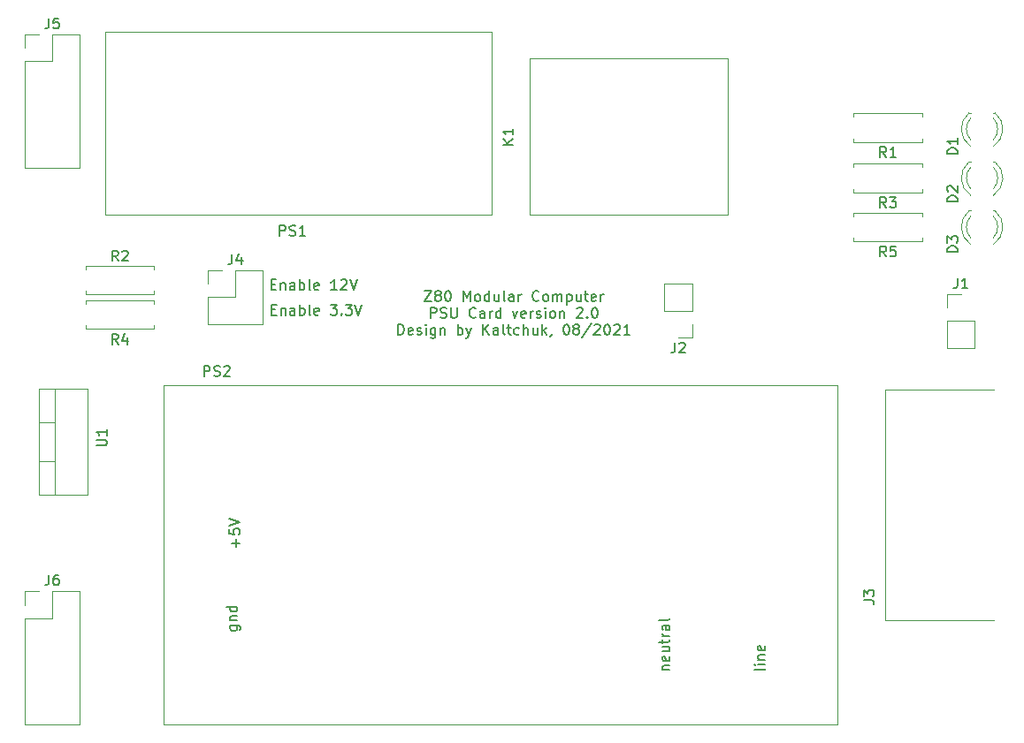
<source format=gbr>
%TF.GenerationSoftware,KiCad,Pcbnew,7.0.5*%
%TF.CreationDate,2023-08-28T16:01:15+03:00*%
%TF.ProjectId,PSU2,50535532-2e6b-4696-9361-645f70636258,rev?*%
%TF.SameCoordinates,Original*%
%TF.FileFunction,Legend,Top*%
%TF.FilePolarity,Positive*%
%FSLAX46Y46*%
G04 Gerber Fmt 4.6, Leading zero omitted, Abs format (unit mm)*
G04 Created by KiCad (PCBNEW 7.0.5) date 2023-08-28 16:01:15*
%MOMM*%
%LPD*%
G01*
G04 APERTURE LIST*
%ADD10C,0.150000*%
%ADD11C,0.120000*%
G04 APERTURE END LIST*
D10*
X129830095Y-110147009D02*
X130163428Y-110147009D01*
X130306285Y-110670819D02*
X129830095Y-110670819D01*
X129830095Y-110670819D02*
X129830095Y-109670819D01*
X129830095Y-109670819D02*
X130306285Y-109670819D01*
X130734857Y-110004152D02*
X130734857Y-110670819D01*
X130734857Y-110099390D02*
X130782476Y-110051771D01*
X130782476Y-110051771D02*
X130877714Y-110004152D01*
X130877714Y-110004152D02*
X131020571Y-110004152D01*
X131020571Y-110004152D02*
X131115809Y-110051771D01*
X131115809Y-110051771D02*
X131163428Y-110147009D01*
X131163428Y-110147009D02*
X131163428Y-110670819D01*
X132068190Y-110670819D02*
X132068190Y-110147009D01*
X132068190Y-110147009D02*
X132020571Y-110051771D01*
X132020571Y-110051771D02*
X131925333Y-110004152D01*
X131925333Y-110004152D02*
X131734857Y-110004152D01*
X131734857Y-110004152D02*
X131639619Y-110051771D01*
X132068190Y-110623200D02*
X131972952Y-110670819D01*
X131972952Y-110670819D02*
X131734857Y-110670819D01*
X131734857Y-110670819D02*
X131639619Y-110623200D01*
X131639619Y-110623200D02*
X131592000Y-110527961D01*
X131592000Y-110527961D02*
X131592000Y-110432723D01*
X131592000Y-110432723D02*
X131639619Y-110337485D01*
X131639619Y-110337485D02*
X131734857Y-110289866D01*
X131734857Y-110289866D02*
X131972952Y-110289866D01*
X131972952Y-110289866D02*
X132068190Y-110242247D01*
X132544381Y-110670819D02*
X132544381Y-109670819D01*
X132544381Y-110051771D02*
X132639619Y-110004152D01*
X132639619Y-110004152D02*
X132830095Y-110004152D01*
X132830095Y-110004152D02*
X132925333Y-110051771D01*
X132925333Y-110051771D02*
X132972952Y-110099390D01*
X132972952Y-110099390D02*
X133020571Y-110194628D01*
X133020571Y-110194628D02*
X133020571Y-110480342D01*
X133020571Y-110480342D02*
X132972952Y-110575580D01*
X132972952Y-110575580D02*
X132925333Y-110623200D01*
X132925333Y-110623200D02*
X132830095Y-110670819D01*
X132830095Y-110670819D02*
X132639619Y-110670819D01*
X132639619Y-110670819D02*
X132544381Y-110623200D01*
X133592000Y-110670819D02*
X133496762Y-110623200D01*
X133496762Y-110623200D02*
X133449143Y-110527961D01*
X133449143Y-110527961D02*
X133449143Y-109670819D01*
X134353905Y-110623200D02*
X134258667Y-110670819D01*
X134258667Y-110670819D02*
X134068191Y-110670819D01*
X134068191Y-110670819D02*
X133972953Y-110623200D01*
X133972953Y-110623200D02*
X133925334Y-110527961D01*
X133925334Y-110527961D02*
X133925334Y-110147009D01*
X133925334Y-110147009D02*
X133972953Y-110051771D01*
X133972953Y-110051771D02*
X134068191Y-110004152D01*
X134068191Y-110004152D02*
X134258667Y-110004152D01*
X134258667Y-110004152D02*
X134353905Y-110051771D01*
X134353905Y-110051771D02*
X134401524Y-110147009D01*
X134401524Y-110147009D02*
X134401524Y-110242247D01*
X134401524Y-110242247D02*
X133925334Y-110337485D01*
X135496763Y-109670819D02*
X136115810Y-109670819D01*
X136115810Y-109670819D02*
X135782477Y-110051771D01*
X135782477Y-110051771D02*
X135925334Y-110051771D01*
X135925334Y-110051771D02*
X136020572Y-110099390D01*
X136020572Y-110099390D02*
X136068191Y-110147009D01*
X136068191Y-110147009D02*
X136115810Y-110242247D01*
X136115810Y-110242247D02*
X136115810Y-110480342D01*
X136115810Y-110480342D02*
X136068191Y-110575580D01*
X136068191Y-110575580D02*
X136020572Y-110623200D01*
X136020572Y-110623200D02*
X135925334Y-110670819D01*
X135925334Y-110670819D02*
X135639620Y-110670819D01*
X135639620Y-110670819D02*
X135544382Y-110623200D01*
X135544382Y-110623200D02*
X135496763Y-110575580D01*
X136544382Y-110575580D02*
X136592001Y-110623200D01*
X136592001Y-110623200D02*
X136544382Y-110670819D01*
X136544382Y-110670819D02*
X136496763Y-110623200D01*
X136496763Y-110623200D02*
X136544382Y-110575580D01*
X136544382Y-110575580D02*
X136544382Y-110670819D01*
X136925334Y-109670819D02*
X137544381Y-109670819D01*
X137544381Y-109670819D02*
X137211048Y-110051771D01*
X137211048Y-110051771D02*
X137353905Y-110051771D01*
X137353905Y-110051771D02*
X137449143Y-110099390D01*
X137449143Y-110099390D02*
X137496762Y-110147009D01*
X137496762Y-110147009D02*
X137544381Y-110242247D01*
X137544381Y-110242247D02*
X137544381Y-110480342D01*
X137544381Y-110480342D02*
X137496762Y-110575580D01*
X137496762Y-110575580D02*
X137449143Y-110623200D01*
X137449143Y-110623200D02*
X137353905Y-110670819D01*
X137353905Y-110670819D02*
X137068191Y-110670819D01*
X137068191Y-110670819D02*
X136972953Y-110623200D01*
X136972953Y-110623200D02*
X136925334Y-110575580D01*
X137830096Y-109670819D02*
X138163429Y-110670819D01*
X138163429Y-110670819D02*
X138496762Y-109670819D01*
X144487380Y-108334819D02*
X145154046Y-108334819D01*
X145154046Y-108334819D02*
X144487380Y-109334819D01*
X144487380Y-109334819D02*
X145154046Y-109334819D01*
X145677856Y-108763390D02*
X145582618Y-108715771D01*
X145582618Y-108715771D02*
X145534999Y-108668152D01*
X145534999Y-108668152D02*
X145487380Y-108572914D01*
X145487380Y-108572914D02*
X145487380Y-108525295D01*
X145487380Y-108525295D02*
X145534999Y-108430057D01*
X145534999Y-108430057D02*
X145582618Y-108382438D01*
X145582618Y-108382438D02*
X145677856Y-108334819D01*
X145677856Y-108334819D02*
X145868332Y-108334819D01*
X145868332Y-108334819D02*
X145963570Y-108382438D01*
X145963570Y-108382438D02*
X146011189Y-108430057D01*
X146011189Y-108430057D02*
X146058808Y-108525295D01*
X146058808Y-108525295D02*
X146058808Y-108572914D01*
X146058808Y-108572914D02*
X146011189Y-108668152D01*
X146011189Y-108668152D02*
X145963570Y-108715771D01*
X145963570Y-108715771D02*
X145868332Y-108763390D01*
X145868332Y-108763390D02*
X145677856Y-108763390D01*
X145677856Y-108763390D02*
X145582618Y-108811009D01*
X145582618Y-108811009D02*
X145534999Y-108858628D01*
X145534999Y-108858628D02*
X145487380Y-108953866D01*
X145487380Y-108953866D02*
X145487380Y-109144342D01*
X145487380Y-109144342D02*
X145534999Y-109239580D01*
X145534999Y-109239580D02*
X145582618Y-109287200D01*
X145582618Y-109287200D02*
X145677856Y-109334819D01*
X145677856Y-109334819D02*
X145868332Y-109334819D01*
X145868332Y-109334819D02*
X145963570Y-109287200D01*
X145963570Y-109287200D02*
X146011189Y-109239580D01*
X146011189Y-109239580D02*
X146058808Y-109144342D01*
X146058808Y-109144342D02*
X146058808Y-108953866D01*
X146058808Y-108953866D02*
X146011189Y-108858628D01*
X146011189Y-108858628D02*
X145963570Y-108811009D01*
X145963570Y-108811009D02*
X145868332Y-108763390D01*
X146677856Y-108334819D02*
X146773094Y-108334819D01*
X146773094Y-108334819D02*
X146868332Y-108382438D01*
X146868332Y-108382438D02*
X146915951Y-108430057D01*
X146915951Y-108430057D02*
X146963570Y-108525295D01*
X146963570Y-108525295D02*
X147011189Y-108715771D01*
X147011189Y-108715771D02*
X147011189Y-108953866D01*
X147011189Y-108953866D02*
X146963570Y-109144342D01*
X146963570Y-109144342D02*
X146915951Y-109239580D01*
X146915951Y-109239580D02*
X146868332Y-109287200D01*
X146868332Y-109287200D02*
X146773094Y-109334819D01*
X146773094Y-109334819D02*
X146677856Y-109334819D01*
X146677856Y-109334819D02*
X146582618Y-109287200D01*
X146582618Y-109287200D02*
X146534999Y-109239580D01*
X146534999Y-109239580D02*
X146487380Y-109144342D01*
X146487380Y-109144342D02*
X146439761Y-108953866D01*
X146439761Y-108953866D02*
X146439761Y-108715771D01*
X146439761Y-108715771D02*
X146487380Y-108525295D01*
X146487380Y-108525295D02*
X146534999Y-108430057D01*
X146534999Y-108430057D02*
X146582618Y-108382438D01*
X146582618Y-108382438D02*
X146677856Y-108334819D01*
X148201666Y-109334819D02*
X148201666Y-108334819D01*
X148201666Y-108334819D02*
X148534999Y-109049104D01*
X148534999Y-109049104D02*
X148868332Y-108334819D01*
X148868332Y-108334819D02*
X148868332Y-109334819D01*
X149487380Y-109334819D02*
X149392142Y-109287200D01*
X149392142Y-109287200D02*
X149344523Y-109239580D01*
X149344523Y-109239580D02*
X149296904Y-109144342D01*
X149296904Y-109144342D02*
X149296904Y-108858628D01*
X149296904Y-108858628D02*
X149344523Y-108763390D01*
X149344523Y-108763390D02*
X149392142Y-108715771D01*
X149392142Y-108715771D02*
X149487380Y-108668152D01*
X149487380Y-108668152D02*
X149630237Y-108668152D01*
X149630237Y-108668152D02*
X149725475Y-108715771D01*
X149725475Y-108715771D02*
X149773094Y-108763390D01*
X149773094Y-108763390D02*
X149820713Y-108858628D01*
X149820713Y-108858628D02*
X149820713Y-109144342D01*
X149820713Y-109144342D02*
X149773094Y-109239580D01*
X149773094Y-109239580D02*
X149725475Y-109287200D01*
X149725475Y-109287200D02*
X149630237Y-109334819D01*
X149630237Y-109334819D02*
X149487380Y-109334819D01*
X150677856Y-109334819D02*
X150677856Y-108334819D01*
X150677856Y-109287200D02*
X150582618Y-109334819D01*
X150582618Y-109334819D02*
X150392142Y-109334819D01*
X150392142Y-109334819D02*
X150296904Y-109287200D01*
X150296904Y-109287200D02*
X150249285Y-109239580D01*
X150249285Y-109239580D02*
X150201666Y-109144342D01*
X150201666Y-109144342D02*
X150201666Y-108858628D01*
X150201666Y-108858628D02*
X150249285Y-108763390D01*
X150249285Y-108763390D02*
X150296904Y-108715771D01*
X150296904Y-108715771D02*
X150392142Y-108668152D01*
X150392142Y-108668152D02*
X150582618Y-108668152D01*
X150582618Y-108668152D02*
X150677856Y-108715771D01*
X151582618Y-108668152D02*
X151582618Y-109334819D01*
X151154047Y-108668152D02*
X151154047Y-109191961D01*
X151154047Y-109191961D02*
X151201666Y-109287200D01*
X151201666Y-109287200D02*
X151296904Y-109334819D01*
X151296904Y-109334819D02*
X151439761Y-109334819D01*
X151439761Y-109334819D02*
X151534999Y-109287200D01*
X151534999Y-109287200D02*
X151582618Y-109239580D01*
X152201666Y-109334819D02*
X152106428Y-109287200D01*
X152106428Y-109287200D02*
X152058809Y-109191961D01*
X152058809Y-109191961D02*
X152058809Y-108334819D01*
X153011190Y-109334819D02*
X153011190Y-108811009D01*
X153011190Y-108811009D02*
X152963571Y-108715771D01*
X152963571Y-108715771D02*
X152868333Y-108668152D01*
X152868333Y-108668152D02*
X152677857Y-108668152D01*
X152677857Y-108668152D02*
X152582619Y-108715771D01*
X153011190Y-109287200D02*
X152915952Y-109334819D01*
X152915952Y-109334819D02*
X152677857Y-109334819D01*
X152677857Y-109334819D02*
X152582619Y-109287200D01*
X152582619Y-109287200D02*
X152535000Y-109191961D01*
X152535000Y-109191961D02*
X152535000Y-109096723D01*
X152535000Y-109096723D02*
X152582619Y-109001485D01*
X152582619Y-109001485D02*
X152677857Y-108953866D01*
X152677857Y-108953866D02*
X152915952Y-108953866D01*
X152915952Y-108953866D02*
X153011190Y-108906247D01*
X153487381Y-109334819D02*
X153487381Y-108668152D01*
X153487381Y-108858628D02*
X153535000Y-108763390D01*
X153535000Y-108763390D02*
X153582619Y-108715771D01*
X153582619Y-108715771D02*
X153677857Y-108668152D01*
X153677857Y-108668152D02*
X153773095Y-108668152D01*
X155439762Y-109239580D02*
X155392143Y-109287200D01*
X155392143Y-109287200D02*
X155249286Y-109334819D01*
X155249286Y-109334819D02*
X155154048Y-109334819D01*
X155154048Y-109334819D02*
X155011191Y-109287200D01*
X155011191Y-109287200D02*
X154915953Y-109191961D01*
X154915953Y-109191961D02*
X154868334Y-109096723D01*
X154868334Y-109096723D02*
X154820715Y-108906247D01*
X154820715Y-108906247D02*
X154820715Y-108763390D01*
X154820715Y-108763390D02*
X154868334Y-108572914D01*
X154868334Y-108572914D02*
X154915953Y-108477676D01*
X154915953Y-108477676D02*
X155011191Y-108382438D01*
X155011191Y-108382438D02*
X155154048Y-108334819D01*
X155154048Y-108334819D02*
X155249286Y-108334819D01*
X155249286Y-108334819D02*
X155392143Y-108382438D01*
X155392143Y-108382438D02*
X155439762Y-108430057D01*
X156011191Y-109334819D02*
X155915953Y-109287200D01*
X155915953Y-109287200D02*
X155868334Y-109239580D01*
X155868334Y-109239580D02*
X155820715Y-109144342D01*
X155820715Y-109144342D02*
X155820715Y-108858628D01*
X155820715Y-108858628D02*
X155868334Y-108763390D01*
X155868334Y-108763390D02*
X155915953Y-108715771D01*
X155915953Y-108715771D02*
X156011191Y-108668152D01*
X156011191Y-108668152D02*
X156154048Y-108668152D01*
X156154048Y-108668152D02*
X156249286Y-108715771D01*
X156249286Y-108715771D02*
X156296905Y-108763390D01*
X156296905Y-108763390D02*
X156344524Y-108858628D01*
X156344524Y-108858628D02*
X156344524Y-109144342D01*
X156344524Y-109144342D02*
X156296905Y-109239580D01*
X156296905Y-109239580D02*
X156249286Y-109287200D01*
X156249286Y-109287200D02*
X156154048Y-109334819D01*
X156154048Y-109334819D02*
X156011191Y-109334819D01*
X156773096Y-109334819D02*
X156773096Y-108668152D01*
X156773096Y-108763390D02*
X156820715Y-108715771D01*
X156820715Y-108715771D02*
X156915953Y-108668152D01*
X156915953Y-108668152D02*
X157058810Y-108668152D01*
X157058810Y-108668152D02*
X157154048Y-108715771D01*
X157154048Y-108715771D02*
X157201667Y-108811009D01*
X157201667Y-108811009D02*
X157201667Y-109334819D01*
X157201667Y-108811009D02*
X157249286Y-108715771D01*
X157249286Y-108715771D02*
X157344524Y-108668152D01*
X157344524Y-108668152D02*
X157487381Y-108668152D01*
X157487381Y-108668152D02*
X157582620Y-108715771D01*
X157582620Y-108715771D02*
X157630239Y-108811009D01*
X157630239Y-108811009D02*
X157630239Y-109334819D01*
X158106429Y-108668152D02*
X158106429Y-109668152D01*
X158106429Y-108715771D02*
X158201667Y-108668152D01*
X158201667Y-108668152D02*
X158392143Y-108668152D01*
X158392143Y-108668152D02*
X158487381Y-108715771D01*
X158487381Y-108715771D02*
X158535000Y-108763390D01*
X158535000Y-108763390D02*
X158582619Y-108858628D01*
X158582619Y-108858628D02*
X158582619Y-109144342D01*
X158582619Y-109144342D02*
X158535000Y-109239580D01*
X158535000Y-109239580D02*
X158487381Y-109287200D01*
X158487381Y-109287200D02*
X158392143Y-109334819D01*
X158392143Y-109334819D02*
X158201667Y-109334819D01*
X158201667Y-109334819D02*
X158106429Y-109287200D01*
X159439762Y-108668152D02*
X159439762Y-109334819D01*
X159011191Y-108668152D02*
X159011191Y-109191961D01*
X159011191Y-109191961D02*
X159058810Y-109287200D01*
X159058810Y-109287200D02*
X159154048Y-109334819D01*
X159154048Y-109334819D02*
X159296905Y-109334819D01*
X159296905Y-109334819D02*
X159392143Y-109287200D01*
X159392143Y-109287200D02*
X159439762Y-109239580D01*
X159773096Y-108668152D02*
X160154048Y-108668152D01*
X159915953Y-108334819D02*
X159915953Y-109191961D01*
X159915953Y-109191961D02*
X159963572Y-109287200D01*
X159963572Y-109287200D02*
X160058810Y-109334819D01*
X160058810Y-109334819D02*
X160154048Y-109334819D01*
X160868334Y-109287200D02*
X160773096Y-109334819D01*
X160773096Y-109334819D02*
X160582620Y-109334819D01*
X160582620Y-109334819D02*
X160487382Y-109287200D01*
X160487382Y-109287200D02*
X160439763Y-109191961D01*
X160439763Y-109191961D02*
X160439763Y-108811009D01*
X160439763Y-108811009D02*
X160487382Y-108715771D01*
X160487382Y-108715771D02*
X160582620Y-108668152D01*
X160582620Y-108668152D02*
X160773096Y-108668152D01*
X160773096Y-108668152D02*
X160868334Y-108715771D01*
X160868334Y-108715771D02*
X160915953Y-108811009D01*
X160915953Y-108811009D02*
X160915953Y-108906247D01*
X160915953Y-108906247D02*
X160439763Y-109001485D01*
X161344525Y-109334819D02*
X161344525Y-108668152D01*
X161344525Y-108858628D02*
X161392144Y-108763390D01*
X161392144Y-108763390D02*
X161439763Y-108715771D01*
X161439763Y-108715771D02*
X161535001Y-108668152D01*
X161535001Y-108668152D02*
X161630239Y-108668152D01*
X145058809Y-110944819D02*
X145058809Y-109944819D01*
X145058809Y-109944819D02*
X145439761Y-109944819D01*
X145439761Y-109944819D02*
X145534999Y-109992438D01*
X145534999Y-109992438D02*
X145582618Y-110040057D01*
X145582618Y-110040057D02*
X145630237Y-110135295D01*
X145630237Y-110135295D02*
X145630237Y-110278152D01*
X145630237Y-110278152D02*
X145582618Y-110373390D01*
X145582618Y-110373390D02*
X145534999Y-110421009D01*
X145534999Y-110421009D02*
X145439761Y-110468628D01*
X145439761Y-110468628D02*
X145058809Y-110468628D01*
X146011190Y-110897200D02*
X146154047Y-110944819D01*
X146154047Y-110944819D02*
X146392142Y-110944819D01*
X146392142Y-110944819D02*
X146487380Y-110897200D01*
X146487380Y-110897200D02*
X146534999Y-110849580D01*
X146534999Y-110849580D02*
X146582618Y-110754342D01*
X146582618Y-110754342D02*
X146582618Y-110659104D01*
X146582618Y-110659104D02*
X146534999Y-110563866D01*
X146534999Y-110563866D02*
X146487380Y-110516247D01*
X146487380Y-110516247D02*
X146392142Y-110468628D01*
X146392142Y-110468628D02*
X146201666Y-110421009D01*
X146201666Y-110421009D02*
X146106428Y-110373390D01*
X146106428Y-110373390D02*
X146058809Y-110325771D01*
X146058809Y-110325771D02*
X146011190Y-110230533D01*
X146011190Y-110230533D02*
X146011190Y-110135295D01*
X146011190Y-110135295D02*
X146058809Y-110040057D01*
X146058809Y-110040057D02*
X146106428Y-109992438D01*
X146106428Y-109992438D02*
X146201666Y-109944819D01*
X146201666Y-109944819D02*
X146439761Y-109944819D01*
X146439761Y-109944819D02*
X146582618Y-109992438D01*
X147011190Y-109944819D02*
X147011190Y-110754342D01*
X147011190Y-110754342D02*
X147058809Y-110849580D01*
X147058809Y-110849580D02*
X147106428Y-110897200D01*
X147106428Y-110897200D02*
X147201666Y-110944819D01*
X147201666Y-110944819D02*
X147392142Y-110944819D01*
X147392142Y-110944819D02*
X147487380Y-110897200D01*
X147487380Y-110897200D02*
X147534999Y-110849580D01*
X147534999Y-110849580D02*
X147582618Y-110754342D01*
X147582618Y-110754342D02*
X147582618Y-109944819D01*
X149392142Y-110849580D02*
X149344523Y-110897200D01*
X149344523Y-110897200D02*
X149201666Y-110944819D01*
X149201666Y-110944819D02*
X149106428Y-110944819D01*
X149106428Y-110944819D02*
X148963571Y-110897200D01*
X148963571Y-110897200D02*
X148868333Y-110801961D01*
X148868333Y-110801961D02*
X148820714Y-110706723D01*
X148820714Y-110706723D02*
X148773095Y-110516247D01*
X148773095Y-110516247D02*
X148773095Y-110373390D01*
X148773095Y-110373390D02*
X148820714Y-110182914D01*
X148820714Y-110182914D02*
X148868333Y-110087676D01*
X148868333Y-110087676D02*
X148963571Y-109992438D01*
X148963571Y-109992438D02*
X149106428Y-109944819D01*
X149106428Y-109944819D02*
X149201666Y-109944819D01*
X149201666Y-109944819D02*
X149344523Y-109992438D01*
X149344523Y-109992438D02*
X149392142Y-110040057D01*
X150249285Y-110944819D02*
X150249285Y-110421009D01*
X150249285Y-110421009D02*
X150201666Y-110325771D01*
X150201666Y-110325771D02*
X150106428Y-110278152D01*
X150106428Y-110278152D02*
X149915952Y-110278152D01*
X149915952Y-110278152D02*
X149820714Y-110325771D01*
X150249285Y-110897200D02*
X150154047Y-110944819D01*
X150154047Y-110944819D02*
X149915952Y-110944819D01*
X149915952Y-110944819D02*
X149820714Y-110897200D01*
X149820714Y-110897200D02*
X149773095Y-110801961D01*
X149773095Y-110801961D02*
X149773095Y-110706723D01*
X149773095Y-110706723D02*
X149820714Y-110611485D01*
X149820714Y-110611485D02*
X149915952Y-110563866D01*
X149915952Y-110563866D02*
X150154047Y-110563866D01*
X150154047Y-110563866D02*
X150249285Y-110516247D01*
X150725476Y-110944819D02*
X150725476Y-110278152D01*
X150725476Y-110468628D02*
X150773095Y-110373390D01*
X150773095Y-110373390D02*
X150820714Y-110325771D01*
X150820714Y-110325771D02*
X150915952Y-110278152D01*
X150915952Y-110278152D02*
X151011190Y-110278152D01*
X151773095Y-110944819D02*
X151773095Y-109944819D01*
X151773095Y-110897200D02*
X151677857Y-110944819D01*
X151677857Y-110944819D02*
X151487381Y-110944819D01*
X151487381Y-110944819D02*
X151392143Y-110897200D01*
X151392143Y-110897200D02*
X151344524Y-110849580D01*
X151344524Y-110849580D02*
X151296905Y-110754342D01*
X151296905Y-110754342D02*
X151296905Y-110468628D01*
X151296905Y-110468628D02*
X151344524Y-110373390D01*
X151344524Y-110373390D02*
X151392143Y-110325771D01*
X151392143Y-110325771D02*
X151487381Y-110278152D01*
X151487381Y-110278152D02*
X151677857Y-110278152D01*
X151677857Y-110278152D02*
X151773095Y-110325771D01*
X152915953Y-110278152D02*
X153154048Y-110944819D01*
X153154048Y-110944819D02*
X153392143Y-110278152D01*
X154154048Y-110897200D02*
X154058810Y-110944819D01*
X154058810Y-110944819D02*
X153868334Y-110944819D01*
X153868334Y-110944819D02*
X153773096Y-110897200D01*
X153773096Y-110897200D02*
X153725477Y-110801961D01*
X153725477Y-110801961D02*
X153725477Y-110421009D01*
X153725477Y-110421009D02*
X153773096Y-110325771D01*
X153773096Y-110325771D02*
X153868334Y-110278152D01*
X153868334Y-110278152D02*
X154058810Y-110278152D01*
X154058810Y-110278152D02*
X154154048Y-110325771D01*
X154154048Y-110325771D02*
X154201667Y-110421009D01*
X154201667Y-110421009D02*
X154201667Y-110516247D01*
X154201667Y-110516247D02*
X153725477Y-110611485D01*
X154630239Y-110944819D02*
X154630239Y-110278152D01*
X154630239Y-110468628D02*
X154677858Y-110373390D01*
X154677858Y-110373390D02*
X154725477Y-110325771D01*
X154725477Y-110325771D02*
X154820715Y-110278152D01*
X154820715Y-110278152D02*
X154915953Y-110278152D01*
X155201668Y-110897200D02*
X155296906Y-110944819D01*
X155296906Y-110944819D02*
X155487382Y-110944819D01*
X155487382Y-110944819D02*
X155582620Y-110897200D01*
X155582620Y-110897200D02*
X155630239Y-110801961D01*
X155630239Y-110801961D02*
X155630239Y-110754342D01*
X155630239Y-110754342D02*
X155582620Y-110659104D01*
X155582620Y-110659104D02*
X155487382Y-110611485D01*
X155487382Y-110611485D02*
X155344525Y-110611485D01*
X155344525Y-110611485D02*
X155249287Y-110563866D01*
X155249287Y-110563866D02*
X155201668Y-110468628D01*
X155201668Y-110468628D02*
X155201668Y-110421009D01*
X155201668Y-110421009D02*
X155249287Y-110325771D01*
X155249287Y-110325771D02*
X155344525Y-110278152D01*
X155344525Y-110278152D02*
X155487382Y-110278152D01*
X155487382Y-110278152D02*
X155582620Y-110325771D01*
X156058811Y-110944819D02*
X156058811Y-110278152D01*
X156058811Y-109944819D02*
X156011192Y-109992438D01*
X156011192Y-109992438D02*
X156058811Y-110040057D01*
X156058811Y-110040057D02*
X156106430Y-109992438D01*
X156106430Y-109992438D02*
X156058811Y-109944819D01*
X156058811Y-109944819D02*
X156058811Y-110040057D01*
X156677858Y-110944819D02*
X156582620Y-110897200D01*
X156582620Y-110897200D02*
X156535001Y-110849580D01*
X156535001Y-110849580D02*
X156487382Y-110754342D01*
X156487382Y-110754342D02*
X156487382Y-110468628D01*
X156487382Y-110468628D02*
X156535001Y-110373390D01*
X156535001Y-110373390D02*
X156582620Y-110325771D01*
X156582620Y-110325771D02*
X156677858Y-110278152D01*
X156677858Y-110278152D02*
X156820715Y-110278152D01*
X156820715Y-110278152D02*
X156915953Y-110325771D01*
X156915953Y-110325771D02*
X156963572Y-110373390D01*
X156963572Y-110373390D02*
X157011191Y-110468628D01*
X157011191Y-110468628D02*
X157011191Y-110754342D01*
X157011191Y-110754342D02*
X156963572Y-110849580D01*
X156963572Y-110849580D02*
X156915953Y-110897200D01*
X156915953Y-110897200D02*
X156820715Y-110944819D01*
X156820715Y-110944819D02*
X156677858Y-110944819D01*
X157439763Y-110278152D02*
X157439763Y-110944819D01*
X157439763Y-110373390D02*
X157487382Y-110325771D01*
X157487382Y-110325771D02*
X157582620Y-110278152D01*
X157582620Y-110278152D02*
X157725477Y-110278152D01*
X157725477Y-110278152D02*
X157820715Y-110325771D01*
X157820715Y-110325771D02*
X157868334Y-110421009D01*
X157868334Y-110421009D02*
X157868334Y-110944819D01*
X159058811Y-110040057D02*
X159106430Y-109992438D01*
X159106430Y-109992438D02*
X159201668Y-109944819D01*
X159201668Y-109944819D02*
X159439763Y-109944819D01*
X159439763Y-109944819D02*
X159535001Y-109992438D01*
X159535001Y-109992438D02*
X159582620Y-110040057D01*
X159582620Y-110040057D02*
X159630239Y-110135295D01*
X159630239Y-110135295D02*
X159630239Y-110230533D01*
X159630239Y-110230533D02*
X159582620Y-110373390D01*
X159582620Y-110373390D02*
X159011192Y-110944819D01*
X159011192Y-110944819D02*
X159630239Y-110944819D01*
X160058811Y-110849580D02*
X160106430Y-110897200D01*
X160106430Y-110897200D02*
X160058811Y-110944819D01*
X160058811Y-110944819D02*
X160011192Y-110897200D01*
X160011192Y-110897200D02*
X160058811Y-110849580D01*
X160058811Y-110849580D02*
X160058811Y-110944819D01*
X160725477Y-109944819D02*
X160820715Y-109944819D01*
X160820715Y-109944819D02*
X160915953Y-109992438D01*
X160915953Y-109992438D02*
X160963572Y-110040057D01*
X160963572Y-110040057D02*
X161011191Y-110135295D01*
X161011191Y-110135295D02*
X161058810Y-110325771D01*
X161058810Y-110325771D02*
X161058810Y-110563866D01*
X161058810Y-110563866D02*
X161011191Y-110754342D01*
X161011191Y-110754342D02*
X160963572Y-110849580D01*
X160963572Y-110849580D02*
X160915953Y-110897200D01*
X160915953Y-110897200D02*
X160820715Y-110944819D01*
X160820715Y-110944819D02*
X160725477Y-110944819D01*
X160725477Y-110944819D02*
X160630239Y-110897200D01*
X160630239Y-110897200D02*
X160582620Y-110849580D01*
X160582620Y-110849580D02*
X160535001Y-110754342D01*
X160535001Y-110754342D02*
X160487382Y-110563866D01*
X160487382Y-110563866D02*
X160487382Y-110325771D01*
X160487382Y-110325771D02*
X160535001Y-110135295D01*
X160535001Y-110135295D02*
X160582620Y-110040057D01*
X160582620Y-110040057D02*
X160630239Y-109992438D01*
X160630239Y-109992438D02*
X160725477Y-109944819D01*
X141963570Y-112554819D02*
X141963570Y-111554819D01*
X141963570Y-111554819D02*
X142201665Y-111554819D01*
X142201665Y-111554819D02*
X142344522Y-111602438D01*
X142344522Y-111602438D02*
X142439760Y-111697676D01*
X142439760Y-111697676D02*
X142487379Y-111792914D01*
X142487379Y-111792914D02*
X142534998Y-111983390D01*
X142534998Y-111983390D02*
X142534998Y-112126247D01*
X142534998Y-112126247D02*
X142487379Y-112316723D01*
X142487379Y-112316723D02*
X142439760Y-112411961D01*
X142439760Y-112411961D02*
X142344522Y-112507200D01*
X142344522Y-112507200D02*
X142201665Y-112554819D01*
X142201665Y-112554819D02*
X141963570Y-112554819D01*
X143344522Y-112507200D02*
X143249284Y-112554819D01*
X143249284Y-112554819D02*
X143058808Y-112554819D01*
X143058808Y-112554819D02*
X142963570Y-112507200D01*
X142963570Y-112507200D02*
X142915951Y-112411961D01*
X142915951Y-112411961D02*
X142915951Y-112031009D01*
X142915951Y-112031009D02*
X142963570Y-111935771D01*
X142963570Y-111935771D02*
X143058808Y-111888152D01*
X143058808Y-111888152D02*
X143249284Y-111888152D01*
X143249284Y-111888152D02*
X143344522Y-111935771D01*
X143344522Y-111935771D02*
X143392141Y-112031009D01*
X143392141Y-112031009D02*
X143392141Y-112126247D01*
X143392141Y-112126247D02*
X142915951Y-112221485D01*
X143773094Y-112507200D02*
X143868332Y-112554819D01*
X143868332Y-112554819D02*
X144058808Y-112554819D01*
X144058808Y-112554819D02*
X144154046Y-112507200D01*
X144154046Y-112507200D02*
X144201665Y-112411961D01*
X144201665Y-112411961D02*
X144201665Y-112364342D01*
X144201665Y-112364342D02*
X144154046Y-112269104D01*
X144154046Y-112269104D02*
X144058808Y-112221485D01*
X144058808Y-112221485D02*
X143915951Y-112221485D01*
X143915951Y-112221485D02*
X143820713Y-112173866D01*
X143820713Y-112173866D02*
X143773094Y-112078628D01*
X143773094Y-112078628D02*
X143773094Y-112031009D01*
X143773094Y-112031009D02*
X143820713Y-111935771D01*
X143820713Y-111935771D02*
X143915951Y-111888152D01*
X143915951Y-111888152D02*
X144058808Y-111888152D01*
X144058808Y-111888152D02*
X144154046Y-111935771D01*
X144630237Y-112554819D02*
X144630237Y-111888152D01*
X144630237Y-111554819D02*
X144582618Y-111602438D01*
X144582618Y-111602438D02*
X144630237Y-111650057D01*
X144630237Y-111650057D02*
X144677856Y-111602438D01*
X144677856Y-111602438D02*
X144630237Y-111554819D01*
X144630237Y-111554819D02*
X144630237Y-111650057D01*
X145534998Y-111888152D02*
X145534998Y-112697676D01*
X145534998Y-112697676D02*
X145487379Y-112792914D01*
X145487379Y-112792914D02*
X145439760Y-112840533D01*
X145439760Y-112840533D02*
X145344522Y-112888152D01*
X145344522Y-112888152D02*
X145201665Y-112888152D01*
X145201665Y-112888152D02*
X145106427Y-112840533D01*
X145534998Y-112507200D02*
X145439760Y-112554819D01*
X145439760Y-112554819D02*
X145249284Y-112554819D01*
X145249284Y-112554819D02*
X145154046Y-112507200D01*
X145154046Y-112507200D02*
X145106427Y-112459580D01*
X145106427Y-112459580D02*
X145058808Y-112364342D01*
X145058808Y-112364342D02*
X145058808Y-112078628D01*
X145058808Y-112078628D02*
X145106427Y-111983390D01*
X145106427Y-111983390D02*
X145154046Y-111935771D01*
X145154046Y-111935771D02*
X145249284Y-111888152D01*
X145249284Y-111888152D02*
X145439760Y-111888152D01*
X145439760Y-111888152D02*
X145534998Y-111935771D01*
X146011189Y-111888152D02*
X146011189Y-112554819D01*
X146011189Y-111983390D02*
X146058808Y-111935771D01*
X146058808Y-111935771D02*
X146154046Y-111888152D01*
X146154046Y-111888152D02*
X146296903Y-111888152D01*
X146296903Y-111888152D02*
X146392141Y-111935771D01*
X146392141Y-111935771D02*
X146439760Y-112031009D01*
X146439760Y-112031009D02*
X146439760Y-112554819D01*
X147677856Y-112554819D02*
X147677856Y-111554819D01*
X147677856Y-111935771D02*
X147773094Y-111888152D01*
X147773094Y-111888152D02*
X147963570Y-111888152D01*
X147963570Y-111888152D02*
X148058808Y-111935771D01*
X148058808Y-111935771D02*
X148106427Y-111983390D01*
X148106427Y-111983390D02*
X148154046Y-112078628D01*
X148154046Y-112078628D02*
X148154046Y-112364342D01*
X148154046Y-112364342D02*
X148106427Y-112459580D01*
X148106427Y-112459580D02*
X148058808Y-112507200D01*
X148058808Y-112507200D02*
X147963570Y-112554819D01*
X147963570Y-112554819D02*
X147773094Y-112554819D01*
X147773094Y-112554819D02*
X147677856Y-112507200D01*
X148487380Y-111888152D02*
X148725475Y-112554819D01*
X148963570Y-111888152D02*
X148725475Y-112554819D01*
X148725475Y-112554819D02*
X148630237Y-112792914D01*
X148630237Y-112792914D02*
X148582618Y-112840533D01*
X148582618Y-112840533D02*
X148487380Y-112888152D01*
X150106428Y-112554819D02*
X150106428Y-111554819D01*
X150677856Y-112554819D02*
X150249285Y-111983390D01*
X150677856Y-111554819D02*
X150106428Y-112126247D01*
X151534999Y-112554819D02*
X151534999Y-112031009D01*
X151534999Y-112031009D02*
X151487380Y-111935771D01*
X151487380Y-111935771D02*
X151392142Y-111888152D01*
X151392142Y-111888152D02*
X151201666Y-111888152D01*
X151201666Y-111888152D02*
X151106428Y-111935771D01*
X151534999Y-112507200D02*
X151439761Y-112554819D01*
X151439761Y-112554819D02*
X151201666Y-112554819D01*
X151201666Y-112554819D02*
X151106428Y-112507200D01*
X151106428Y-112507200D02*
X151058809Y-112411961D01*
X151058809Y-112411961D02*
X151058809Y-112316723D01*
X151058809Y-112316723D02*
X151106428Y-112221485D01*
X151106428Y-112221485D02*
X151201666Y-112173866D01*
X151201666Y-112173866D02*
X151439761Y-112173866D01*
X151439761Y-112173866D02*
X151534999Y-112126247D01*
X152154047Y-112554819D02*
X152058809Y-112507200D01*
X152058809Y-112507200D02*
X152011190Y-112411961D01*
X152011190Y-112411961D02*
X152011190Y-111554819D01*
X152392143Y-111888152D02*
X152773095Y-111888152D01*
X152535000Y-111554819D02*
X152535000Y-112411961D01*
X152535000Y-112411961D02*
X152582619Y-112507200D01*
X152582619Y-112507200D02*
X152677857Y-112554819D01*
X152677857Y-112554819D02*
X152773095Y-112554819D01*
X153535000Y-112507200D02*
X153439762Y-112554819D01*
X153439762Y-112554819D02*
X153249286Y-112554819D01*
X153249286Y-112554819D02*
X153154048Y-112507200D01*
X153154048Y-112507200D02*
X153106429Y-112459580D01*
X153106429Y-112459580D02*
X153058810Y-112364342D01*
X153058810Y-112364342D02*
X153058810Y-112078628D01*
X153058810Y-112078628D02*
X153106429Y-111983390D01*
X153106429Y-111983390D02*
X153154048Y-111935771D01*
X153154048Y-111935771D02*
X153249286Y-111888152D01*
X153249286Y-111888152D02*
X153439762Y-111888152D01*
X153439762Y-111888152D02*
X153535000Y-111935771D01*
X153963572Y-112554819D02*
X153963572Y-111554819D01*
X154392143Y-112554819D02*
X154392143Y-112031009D01*
X154392143Y-112031009D02*
X154344524Y-111935771D01*
X154344524Y-111935771D02*
X154249286Y-111888152D01*
X154249286Y-111888152D02*
X154106429Y-111888152D01*
X154106429Y-111888152D02*
X154011191Y-111935771D01*
X154011191Y-111935771D02*
X153963572Y-111983390D01*
X155296905Y-111888152D02*
X155296905Y-112554819D01*
X154868334Y-111888152D02*
X154868334Y-112411961D01*
X154868334Y-112411961D02*
X154915953Y-112507200D01*
X154915953Y-112507200D02*
X155011191Y-112554819D01*
X155011191Y-112554819D02*
X155154048Y-112554819D01*
X155154048Y-112554819D02*
X155249286Y-112507200D01*
X155249286Y-112507200D02*
X155296905Y-112459580D01*
X155773096Y-112554819D02*
X155773096Y-111554819D01*
X155868334Y-112173866D02*
X156154048Y-112554819D01*
X156154048Y-111888152D02*
X155773096Y-112269104D01*
X156630239Y-112507200D02*
X156630239Y-112554819D01*
X156630239Y-112554819D02*
X156582620Y-112650057D01*
X156582620Y-112650057D02*
X156535001Y-112697676D01*
X158011191Y-111554819D02*
X158106429Y-111554819D01*
X158106429Y-111554819D02*
X158201667Y-111602438D01*
X158201667Y-111602438D02*
X158249286Y-111650057D01*
X158249286Y-111650057D02*
X158296905Y-111745295D01*
X158296905Y-111745295D02*
X158344524Y-111935771D01*
X158344524Y-111935771D02*
X158344524Y-112173866D01*
X158344524Y-112173866D02*
X158296905Y-112364342D01*
X158296905Y-112364342D02*
X158249286Y-112459580D01*
X158249286Y-112459580D02*
X158201667Y-112507200D01*
X158201667Y-112507200D02*
X158106429Y-112554819D01*
X158106429Y-112554819D02*
X158011191Y-112554819D01*
X158011191Y-112554819D02*
X157915953Y-112507200D01*
X157915953Y-112507200D02*
X157868334Y-112459580D01*
X157868334Y-112459580D02*
X157820715Y-112364342D01*
X157820715Y-112364342D02*
X157773096Y-112173866D01*
X157773096Y-112173866D02*
X157773096Y-111935771D01*
X157773096Y-111935771D02*
X157820715Y-111745295D01*
X157820715Y-111745295D02*
X157868334Y-111650057D01*
X157868334Y-111650057D02*
X157915953Y-111602438D01*
X157915953Y-111602438D02*
X158011191Y-111554819D01*
X158915953Y-111983390D02*
X158820715Y-111935771D01*
X158820715Y-111935771D02*
X158773096Y-111888152D01*
X158773096Y-111888152D02*
X158725477Y-111792914D01*
X158725477Y-111792914D02*
X158725477Y-111745295D01*
X158725477Y-111745295D02*
X158773096Y-111650057D01*
X158773096Y-111650057D02*
X158820715Y-111602438D01*
X158820715Y-111602438D02*
X158915953Y-111554819D01*
X158915953Y-111554819D02*
X159106429Y-111554819D01*
X159106429Y-111554819D02*
X159201667Y-111602438D01*
X159201667Y-111602438D02*
X159249286Y-111650057D01*
X159249286Y-111650057D02*
X159296905Y-111745295D01*
X159296905Y-111745295D02*
X159296905Y-111792914D01*
X159296905Y-111792914D02*
X159249286Y-111888152D01*
X159249286Y-111888152D02*
X159201667Y-111935771D01*
X159201667Y-111935771D02*
X159106429Y-111983390D01*
X159106429Y-111983390D02*
X158915953Y-111983390D01*
X158915953Y-111983390D02*
X158820715Y-112031009D01*
X158820715Y-112031009D02*
X158773096Y-112078628D01*
X158773096Y-112078628D02*
X158725477Y-112173866D01*
X158725477Y-112173866D02*
X158725477Y-112364342D01*
X158725477Y-112364342D02*
X158773096Y-112459580D01*
X158773096Y-112459580D02*
X158820715Y-112507200D01*
X158820715Y-112507200D02*
X158915953Y-112554819D01*
X158915953Y-112554819D02*
X159106429Y-112554819D01*
X159106429Y-112554819D02*
X159201667Y-112507200D01*
X159201667Y-112507200D02*
X159249286Y-112459580D01*
X159249286Y-112459580D02*
X159296905Y-112364342D01*
X159296905Y-112364342D02*
X159296905Y-112173866D01*
X159296905Y-112173866D02*
X159249286Y-112078628D01*
X159249286Y-112078628D02*
X159201667Y-112031009D01*
X159201667Y-112031009D02*
X159106429Y-111983390D01*
X160439762Y-111507200D02*
X159582620Y-112792914D01*
X160725477Y-111650057D02*
X160773096Y-111602438D01*
X160773096Y-111602438D02*
X160868334Y-111554819D01*
X160868334Y-111554819D02*
X161106429Y-111554819D01*
X161106429Y-111554819D02*
X161201667Y-111602438D01*
X161201667Y-111602438D02*
X161249286Y-111650057D01*
X161249286Y-111650057D02*
X161296905Y-111745295D01*
X161296905Y-111745295D02*
X161296905Y-111840533D01*
X161296905Y-111840533D02*
X161249286Y-111983390D01*
X161249286Y-111983390D02*
X160677858Y-112554819D01*
X160677858Y-112554819D02*
X161296905Y-112554819D01*
X161915953Y-111554819D02*
X162011191Y-111554819D01*
X162011191Y-111554819D02*
X162106429Y-111602438D01*
X162106429Y-111602438D02*
X162154048Y-111650057D01*
X162154048Y-111650057D02*
X162201667Y-111745295D01*
X162201667Y-111745295D02*
X162249286Y-111935771D01*
X162249286Y-111935771D02*
X162249286Y-112173866D01*
X162249286Y-112173866D02*
X162201667Y-112364342D01*
X162201667Y-112364342D02*
X162154048Y-112459580D01*
X162154048Y-112459580D02*
X162106429Y-112507200D01*
X162106429Y-112507200D02*
X162011191Y-112554819D01*
X162011191Y-112554819D02*
X161915953Y-112554819D01*
X161915953Y-112554819D02*
X161820715Y-112507200D01*
X161820715Y-112507200D02*
X161773096Y-112459580D01*
X161773096Y-112459580D02*
X161725477Y-112364342D01*
X161725477Y-112364342D02*
X161677858Y-112173866D01*
X161677858Y-112173866D02*
X161677858Y-111935771D01*
X161677858Y-111935771D02*
X161725477Y-111745295D01*
X161725477Y-111745295D02*
X161773096Y-111650057D01*
X161773096Y-111650057D02*
X161820715Y-111602438D01*
X161820715Y-111602438D02*
X161915953Y-111554819D01*
X162630239Y-111650057D02*
X162677858Y-111602438D01*
X162677858Y-111602438D02*
X162773096Y-111554819D01*
X162773096Y-111554819D02*
X163011191Y-111554819D01*
X163011191Y-111554819D02*
X163106429Y-111602438D01*
X163106429Y-111602438D02*
X163154048Y-111650057D01*
X163154048Y-111650057D02*
X163201667Y-111745295D01*
X163201667Y-111745295D02*
X163201667Y-111840533D01*
X163201667Y-111840533D02*
X163154048Y-111983390D01*
X163154048Y-111983390D02*
X162582620Y-112554819D01*
X162582620Y-112554819D02*
X163201667Y-112554819D01*
X164154048Y-112554819D02*
X163582620Y-112554819D01*
X163868334Y-112554819D02*
X163868334Y-111554819D01*
X163868334Y-111554819D02*
X163773096Y-111697676D01*
X163773096Y-111697676D02*
X163677858Y-111792914D01*
X163677858Y-111792914D02*
X163582620Y-111840533D01*
X129814190Y-107734009D02*
X130147523Y-107734009D01*
X130290380Y-108257819D02*
X129814190Y-108257819D01*
X129814190Y-108257819D02*
X129814190Y-107257819D01*
X129814190Y-107257819D02*
X130290380Y-107257819D01*
X130718952Y-107591152D02*
X130718952Y-108257819D01*
X130718952Y-107686390D02*
X130766571Y-107638771D01*
X130766571Y-107638771D02*
X130861809Y-107591152D01*
X130861809Y-107591152D02*
X131004666Y-107591152D01*
X131004666Y-107591152D02*
X131099904Y-107638771D01*
X131099904Y-107638771D02*
X131147523Y-107734009D01*
X131147523Y-107734009D02*
X131147523Y-108257819D01*
X132052285Y-108257819D02*
X132052285Y-107734009D01*
X132052285Y-107734009D02*
X132004666Y-107638771D01*
X132004666Y-107638771D02*
X131909428Y-107591152D01*
X131909428Y-107591152D02*
X131718952Y-107591152D01*
X131718952Y-107591152D02*
X131623714Y-107638771D01*
X132052285Y-108210200D02*
X131957047Y-108257819D01*
X131957047Y-108257819D02*
X131718952Y-108257819D01*
X131718952Y-108257819D02*
X131623714Y-108210200D01*
X131623714Y-108210200D02*
X131576095Y-108114961D01*
X131576095Y-108114961D02*
X131576095Y-108019723D01*
X131576095Y-108019723D02*
X131623714Y-107924485D01*
X131623714Y-107924485D02*
X131718952Y-107876866D01*
X131718952Y-107876866D02*
X131957047Y-107876866D01*
X131957047Y-107876866D02*
X132052285Y-107829247D01*
X132528476Y-108257819D02*
X132528476Y-107257819D01*
X132528476Y-107638771D02*
X132623714Y-107591152D01*
X132623714Y-107591152D02*
X132814190Y-107591152D01*
X132814190Y-107591152D02*
X132909428Y-107638771D01*
X132909428Y-107638771D02*
X132957047Y-107686390D01*
X132957047Y-107686390D02*
X133004666Y-107781628D01*
X133004666Y-107781628D02*
X133004666Y-108067342D01*
X133004666Y-108067342D02*
X132957047Y-108162580D01*
X132957047Y-108162580D02*
X132909428Y-108210200D01*
X132909428Y-108210200D02*
X132814190Y-108257819D01*
X132814190Y-108257819D02*
X132623714Y-108257819D01*
X132623714Y-108257819D02*
X132528476Y-108210200D01*
X133576095Y-108257819D02*
X133480857Y-108210200D01*
X133480857Y-108210200D02*
X133433238Y-108114961D01*
X133433238Y-108114961D02*
X133433238Y-107257819D01*
X134338000Y-108210200D02*
X134242762Y-108257819D01*
X134242762Y-108257819D02*
X134052286Y-108257819D01*
X134052286Y-108257819D02*
X133957048Y-108210200D01*
X133957048Y-108210200D02*
X133909429Y-108114961D01*
X133909429Y-108114961D02*
X133909429Y-107734009D01*
X133909429Y-107734009D02*
X133957048Y-107638771D01*
X133957048Y-107638771D02*
X134052286Y-107591152D01*
X134052286Y-107591152D02*
X134242762Y-107591152D01*
X134242762Y-107591152D02*
X134338000Y-107638771D01*
X134338000Y-107638771D02*
X134385619Y-107734009D01*
X134385619Y-107734009D02*
X134385619Y-107829247D01*
X134385619Y-107829247D02*
X133909429Y-107924485D01*
X136099905Y-108257819D02*
X135528477Y-108257819D01*
X135814191Y-108257819D02*
X135814191Y-107257819D01*
X135814191Y-107257819D02*
X135718953Y-107400676D01*
X135718953Y-107400676D02*
X135623715Y-107495914D01*
X135623715Y-107495914D02*
X135528477Y-107543533D01*
X136480858Y-107353057D02*
X136528477Y-107305438D01*
X136528477Y-107305438D02*
X136623715Y-107257819D01*
X136623715Y-107257819D02*
X136861810Y-107257819D01*
X136861810Y-107257819D02*
X136957048Y-107305438D01*
X136957048Y-107305438D02*
X137004667Y-107353057D01*
X137004667Y-107353057D02*
X137052286Y-107448295D01*
X137052286Y-107448295D02*
X137052286Y-107543533D01*
X137052286Y-107543533D02*
X137004667Y-107686390D01*
X137004667Y-107686390D02*
X136433239Y-108257819D01*
X136433239Y-108257819D02*
X137052286Y-108257819D01*
X137338001Y-107257819D02*
X137671334Y-108257819D01*
X137671334Y-108257819D02*
X138004667Y-107257819D01*
%TO.C,J3*%
X186525819Y-138001333D02*
X187240104Y-138001333D01*
X187240104Y-138001333D02*
X187382961Y-138048952D01*
X187382961Y-138048952D02*
X187478200Y-138144190D01*
X187478200Y-138144190D02*
X187525819Y-138287047D01*
X187525819Y-138287047D02*
X187525819Y-138382285D01*
X186525819Y-137620380D02*
X186525819Y-137001333D01*
X186525819Y-137001333D02*
X186906771Y-137334666D01*
X186906771Y-137334666D02*
X186906771Y-137191809D01*
X186906771Y-137191809D02*
X186954390Y-137096571D01*
X186954390Y-137096571D02*
X187002009Y-137048952D01*
X187002009Y-137048952D02*
X187097247Y-137001333D01*
X187097247Y-137001333D02*
X187335342Y-137001333D01*
X187335342Y-137001333D02*
X187430580Y-137048952D01*
X187430580Y-137048952D02*
X187478200Y-137096571D01*
X187478200Y-137096571D02*
X187525819Y-137191809D01*
X187525819Y-137191809D02*
X187525819Y-137477523D01*
X187525819Y-137477523D02*
X187478200Y-137572761D01*
X187478200Y-137572761D02*
X187430580Y-137620380D01*
%TO.C,R2*%
X115149333Y-105483819D02*
X114816000Y-105007628D01*
X114577905Y-105483819D02*
X114577905Y-104483819D01*
X114577905Y-104483819D02*
X114958857Y-104483819D01*
X114958857Y-104483819D02*
X115054095Y-104531438D01*
X115054095Y-104531438D02*
X115101714Y-104579057D01*
X115101714Y-104579057D02*
X115149333Y-104674295D01*
X115149333Y-104674295D02*
X115149333Y-104817152D01*
X115149333Y-104817152D02*
X115101714Y-104912390D01*
X115101714Y-104912390D02*
X115054095Y-104960009D01*
X115054095Y-104960009D02*
X114958857Y-105007628D01*
X114958857Y-105007628D02*
X114577905Y-105007628D01*
X115530286Y-104579057D02*
X115577905Y-104531438D01*
X115577905Y-104531438D02*
X115673143Y-104483819D01*
X115673143Y-104483819D02*
X115911238Y-104483819D01*
X115911238Y-104483819D02*
X116006476Y-104531438D01*
X116006476Y-104531438D02*
X116054095Y-104579057D01*
X116054095Y-104579057D02*
X116101714Y-104674295D01*
X116101714Y-104674295D02*
X116101714Y-104769533D01*
X116101714Y-104769533D02*
X116054095Y-104912390D01*
X116054095Y-104912390D02*
X115482667Y-105483819D01*
X115482667Y-105483819D02*
X116101714Y-105483819D01*
%TO.C,J1*%
X195500666Y-107106819D02*
X195500666Y-107821104D01*
X195500666Y-107821104D02*
X195453047Y-107963961D01*
X195453047Y-107963961D02*
X195357809Y-108059200D01*
X195357809Y-108059200D02*
X195214952Y-108106819D01*
X195214952Y-108106819D02*
X195119714Y-108106819D01*
X196500666Y-108106819D02*
X195929238Y-108106819D01*
X196214952Y-108106819D02*
X196214952Y-107106819D01*
X196214952Y-107106819D02*
X196119714Y-107249676D01*
X196119714Y-107249676D02*
X196024476Y-107344914D01*
X196024476Y-107344914D02*
X195929238Y-107392533D01*
%TO.C,K1*%
X152981819Y-94330094D02*
X151981819Y-94330094D01*
X152981819Y-93758666D02*
X152410390Y-94187237D01*
X151981819Y-93758666D02*
X152553247Y-94330094D01*
X152981819Y-92806285D02*
X152981819Y-93377713D01*
X152981819Y-93091999D02*
X151981819Y-93091999D01*
X151981819Y-93091999D02*
X152124676Y-93187237D01*
X152124676Y-93187237D02*
X152219914Y-93282475D01*
X152219914Y-93282475D02*
X152267533Y-93377713D01*
%TO.C,J4*%
X126031666Y-104820819D02*
X126031666Y-105535104D01*
X126031666Y-105535104D02*
X125984047Y-105677961D01*
X125984047Y-105677961D02*
X125888809Y-105773200D01*
X125888809Y-105773200D02*
X125745952Y-105820819D01*
X125745952Y-105820819D02*
X125650714Y-105820819D01*
X126936428Y-105154152D02*
X126936428Y-105820819D01*
X126698333Y-104773200D02*
X126460238Y-105487485D01*
X126460238Y-105487485D02*
X127079285Y-105487485D01*
%TO.C,U1*%
X113063819Y-123189904D02*
X113873342Y-123189904D01*
X113873342Y-123189904D02*
X113968580Y-123142285D01*
X113968580Y-123142285D02*
X114016200Y-123094666D01*
X114016200Y-123094666D02*
X114063819Y-122999428D01*
X114063819Y-122999428D02*
X114063819Y-122808952D01*
X114063819Y-122808952D02*
X114016200Y-122713714D01*
X114016200Y-122713714D02*
X113968580Y-122666095D01*
X113968580Y-122666095D02*
X113873342Y-122618476D01*
X113873342Y-122618476D02*
X113063819Y-122618476D01*
X114063819Y-121618476D02*
X114063819Y-122189904D01*
X114063819Y-121904190D02*
X113063819Y-121904190D01*
X113063819Y-121904190D02*
X113206676Y-121999428D01*
X113206676Y-121999428D02*
X113301914Y-122094666D01*
X113301914Y-122094666D02*
X113349533Y-122189904D01*
%TO.C,R4*%
X115149333Y-113484819D02*
X114816000Y-113008628D01*
X114577905Y-113484819D02*
X114577905Y-112484819D01*
X114577905Y-112484819D02*
X114958857Y-112484819D01*
X114958857Y-112484819D02*
X115054095Y-112532438D01*
X115054095Y-112532438D02*
X115101714Y-112580057D01*
X115101714Y-112580057D02*
X115149333Y-112675295D01*
X115149333Y-112675295D02*
X115149333Y-112818152D01*
X115149333Y-112818152D02*
X115101714Y-112913390D01*
X115101714Y-112913390D02*
X115054095Y-112961009D01*
X115054095Y-112961009D02*
X114958857Y-113008628D01*
X114958857Y-113008628D02*
X114577905Y-113008628D01*
X116006476Y-112818152D02*
X116006476Y-113484819D01*
X115768381Y-112437200D02*
X115530286Y-113151485D01*
X115530286Y-113151485D02*
X116149333Y-113151485D01*
%TO.C,D2*%
X195526819Y-99798094D02*
X194526819Y-99798094D01*
X194526819Y-99798094D02*
X194526819Y-99559999D01*
X194526819Y-99559999D02*
X194574438Y-99417142D01*
X194574438Y-99417142D02*
X194669676Y-99321904D01*
X194669676Y-99321904D02*
X194764914Y-99274285D01*
X194764914Y-99274285D02*
X194955390Y-99226666D01*
X194955390Y-99226666D02*
X195098247Y-99226666D01*
X195098247Y-99226666D02*
X195288723Y-99274285D01*
X195288723Y-99274285D02*
X195383961Y-99321904D01*
X195383961Y-99321904D02*
X195479200Y-99417142D01*
X195479200Y-99417142D02*
X195526819Y-99559999D01*
X195526819Y-99559999D02*
X195526819Y-99798094D01*
X194622057Y-98845713D02*
X194574438Y-98798094D01*
X194574438Y-98798094D02*
X194526819Y-98702856D01*
X194526819Y-98702856D02*
X194526819Y-98464761D01*
X194526819Y-98464761D02*
X194574438Y-98369523D01*
X194574438Y-98369523D02*
X194622057Y-98321904D01*
X194622057Y-98321904D02*
X194717295Y-98274285D01*
X194717295Y-98274285D02*
X194812533Y-98274285D01*
X194812533Y-98274285D02*
X194955390Y-98321904D01*
X194955390Y-98321904D02*
X195526819Y-98893332D01*
X195526819Y-98893332D02*
X195526819Y-98274285D01*
%TO.C,PS2*%
X123372714Y-116532819D02*
X123372714Y-115532819D01*
X123372714Y-115532819D02*
X123753666Y-115532819D01*
X123753666Y-115532819D02*
X123848904Y-115580438D01*
X123848904Y-115580438D02*
X123896523Y-115628057D01*
X123896523Y-115628057D02*
X123944142Y-115723295D01*
X123944142Y-115723295D02*
X123944142Y-115866152D01*
X123944142Y-115866152D02*
X123896523Y-115961390D01*
X123896523Y-115961390D02*
X123848904Y-116009009D01*
X123848904Y-116009009D02*
X123753666Y-116056628D01*
X123753666Y-116056628D02*
X123372714Y-116056628D01*
X124325095Y-116485200D02*
X124467952Y-116532819D01*
X124467952Y-116532819D02*
X124706047Y-116532819D01*
X124706047Y-116532819D02*
X124801285Y-116485200D01*
X124801285Y-116485200D02*
X124848904Y-116437580D01*
X124848904Y-116437580D02*
X124896523Y-116342342D01*
X124896523Y-116342342D02*
X124896523Y-116247104D01*
X124896523Y-116247104D02*
X124848904Y-116151866D01*
X124848904Y-116151866D02*
X124801285Y-116104247D01*
X124801285Y-116104247D02*
X124706047Y-116056628D01*
X124706047Y-116056628D02*
X124515571Y-116009009D01*
X124515571Y-116009009D02*
X124420333Y-115961390D01*
X124420333Y-115961390D02*
X124372714Y-115913771D01*
X124372714Y-115913771D02*
X124325095Y-115818533D01*
X124325095Y-115818533D02*
X124325095Y-115723295D01*
X124325095Y-115723295D02*
X124372714Y-115628057D01*
X124372714Y-115628057D02*
X124420333Y-115580438D01*
X124420333Y-115580438D02*
X124515571Y-115532819D01*
X124515571Y-115532819D02*
X124753666Y-115532819D01*
X124753666Y-115532819D02*
X124896523Y-115580438D01*
X125277476Y-115628057D02*
X125325095Y-115580438D01*
X125325095Y-115580438D02*
X125420333Y-115532819D01*
X125420333Y-115532819D02*
X125658428Y-115532819D01*
X125658428Y-115532819D02*
X125753666Y-115580438D01*
X125753666Y-115580438D02*
X125801285Y-115628057D01*
X125801285Y-115628057D02*
X125848904Y-115723295D01*
X125848904Y-115723295D02*
X125848904Y-115818533D01*
X125848904Y-115818533D02*
X125801285Y-115961390D01*
X125801285Y-115961390D02*
X125229857Y-116532819D01*
X125229857Y-116532819D02*
X125848904Y-116532819D01*
X167273152Y-144676762D02*
X167939819Y-144676762D01*
X167368390Y-144676762D02*
X167320771Y-144629143D01*
X167320771Y-144629143D02*
X167273152Y-144533905D01*
X167273152Y-144533905D02*
X167273152Y-144391048D01*
X167273152Y-144391048D02*
X167320771Y-144295810D01*
X167320771Y-144295810D02*
X167416009Y-144248191D01*
X167416009Y-144248191D02*
X167939819Y-144248191D01*
X167892200Y-143391048D02*
X167939819Y-143486286D01*
X167939819Y-143486286D02*
X167939819Y-143676762D01*
X167939819Y-143676762D02*
X167892200Y-143772000D01*
X167892200Y-143772000D02*
X167796961Y-143819619D01*
X167796961Y-143819619D02*
X167416009Y-143819619D01*
X167416009Y-143819619D02*
X167320771Y-143772000D01*
X167320771Y-143772000D02*
X167273152Y-143676762D01*
X167273152Y-143676762D02*
X167273152Y-143486286D01*
X167273152Y-143486286D02*
X167320771Y-143391048D01*
X167320771Y-143391048D02*
X167416009Y-143343429D01*
X167416009Y-143343429D02*
X167511247Y-143343429D01*
X167511247Y-143343429D02*
X167606485Y-143819619D01*
X167273152Y-142486286D02*
X167939819Y-142486286D01*
X167273152Y-142914857D02*
X167796961Y-142914857D01*
X167796961Y-142914857D02*
X167892200Y-142867238D01*
X167892200Y-142867238D02*
X167939819Y-142772000D01*
X167939819Y-142772000D02*
X167939819Y-142629143D01*
X167939819Y-142629143D02*
X167892200Y-142533905D01*
X167892200Y-142533905D02*
X167844580Y-142486286D01*
X167273152Y-142152952D02*
X167273152Y-141772000D01*
X166939819Y-142010095D02*
X167796961Y-142010095D01*
X167796961Y-142010095D02*
X167892200Y-141962476D01*
X167892200Y-141962476D02*
X167939819Y-141867238D01*
X167939819Y-141867238D02*
X167939819Y-141772000D01*
X167939819Y-141438666D02*
X167273152Y-141438666D01*
X167463628Y-141438666D02*
X167368390Y-141391047D01*
X167368390Y-141391047D02*
X167320771Y-141343428D01*
X167320771Y-141343428D02*
X167273152Y-141248190D01*
X167273152Y-141248190D02*
X167273152Y-141152952D01*
X167939819Y-140391047D02*
X167416009Y-140391047D01*
X167416009Y-140391047D02*
X167320771Y-140438666D01*
X167320771Y-140438666D02*
X167273152Y-140533904D01*
X167273152Y-140533904D02*
X167273152Y-140724380D01*
X167273152Y-140724380D02*
X167320771Y-140819618D01*
X167892200Y-140391047D02*
X167939819Y-140486285D01*
X167939819Y-140486285D02*
X167939819Y-140724380D01*
X167939819Y-140724380D02*
X167892200Y-140819618D01*
X167892200Y-140819618D02*
X167796961Y-140867237D01*
X167796961Y-140867237D02*
X167701723Y-140867237D01*
X167701723Y-140867237D02*
X167606485Y-140819618D01*
X167606485Y-140819618D02*
X167558866Y-140724380D01*
X167558866Y-140724380D02*
X167558866Y-140486285D01*
X167558866Y-140486285D02*
X167511247Y-140391047D01*
X167939819Y-139771999D02*
X167892200Y-139867237D01*
X167892200Y-139867237D02*
X167796961Y-139914856D01*
X167796961Y-139914856D02*
X166939819Y-139914856D01*
X126410866Y-132889713D02*
X126410866Y-132127809D01*
X126791819Y-132508761D02*
X126029914Y-132508761D01*
X125791819Y-131175428D02*
X125791819Y-131651618D01*
X125791819Y-131651618D02*
X126268009Y-131699237D01*
X126268009Y-131699237D02*
X126220390Y-131651618D01*
X126220390Y-131651618D02*
X126172771Y-131556380D01*
X126172771Y-131556380D02*
X126172771Y-131318285D01*
X126172771Y-131318285D02*
X126220390Y-131223047D01*
X126220390Y-131223047D02*
X126268009Y-131175428D01*
X126268009Y-131175428D02*
X126363247Y-131127809D01*
X126363247Y-131127809D02*
X126601342Y-131127809D01*
X126601342Y-131127809D02*
X126696580Y-131175428D01*
X126696580Y-131175428D02*
X126744200Y-131223047D01*
X126744200Y-131223047D02*
X126791819Y-131318285D01*
X126791819Y-131318285D02*
X126791819Y-131556380D01*
X126791819Y-131556380D02*
X126744200Y-131651618D01*
X126744200Y-131651618D02*
X126696580Y-131699237D01*
X125791819Y-130842094D02*
X126791819Y-130508761D01*
X126791819Y-130508761D02*
X125791819Y-130175428D01*
X125871152Y-140422476D02*
X126680676Y-140422476D01*
X126680676Y-140422476D02*
X126775914Y-140470095D01*
X126775914Y-140470095D02*
X126823533Y-140517714D01*
X126823533Y-140517714D02*
X126871152Y-140612952D01*
X126871152Y-140612952D02*
X126871152Y-140755809D01*
X126871152Y-140755809D02*
X126823533Y-140851047D01*
X126490200Y-140422476D02*
X126537819Y-140517714D01*
X126537819Y-140517714D02*
X126537819Y-140708190D01*
X126537819Y-140708190D02*
X126490200Y-140803428D01*
X126490200Y-140803428D02*
X126442580Y-140851047D01*
X126442580Y-140851047D02*
X126347342Y-140898666D01*
X126347342Y-140898666D02*
X126061628Y-140898666D01*
X126061628Y-140898666D02*
X125966390Y-140851047D01*
X125966390Y-140851047D02*
X125918771Y-140803428D01*
X125918771Y-140803428D02*
X125871152Y-140708190D01*
X125871152Y-140708190D02*
X125871152Y-140517714D01*
X125871152Y-140517714D02*
X125918771Y-140422476D01*
X125871152Y-139946285D02*
X126537819Y-139946285D01*
X125966390Y-139946285D02*
X125918771Y-139898666D01*
X125918771Y-139898666D02*
X125871152Y-139803428D01*
X125871152Y-139803428D02*
X125871152Y-139660571D01*
X125871152Y-139660571D02*
X125918771Y-139565333D01*
X125918771Y-139565333D02*
X126014009Y-139517714D01*
X126014009Y-139517714D02*
X126537819Y-139517714D01*
X126537819Y-138612952D02*
X125537819Y-138612952D01*
X126490200Y-138612952D02*
X126537819Y-138708190D01*
X126537819Y-138708190D02*
X126537819Y-138898666D01*
X126537819Y-138898666D02*
X126490200Y-138993904D01*
X126490200Y-138993904D02*
X126442580Y-139041523D01*
X126442580Y-139041523D02*
X126347342Y-139089142D01*
X126347342Y-139089142D02*
X126061628Y-139089142D01*
X126061628Y-139089142D02*
X125966390Y-139041523D01*
X125966390Y-139041523D02*
X125918771Y-138993904D01*
X125918771Y-138993904D02*
X125871152Y-138898666D01*
X125871152Y-138898666D02*
X125871152Y-138708190D01*
X125871152Y-138708190D02*
X125918771Y-138612952D01*
X177083819Y-144541999D02*
X177036200Y-144637237D01*
X177036200Y-144637237D02*
X176940961Y-144684856D01*
X176940961Y-144684856D02*
X176083819Y-144684856D01*
X177083819Y-144161046D02*
X176417152Y-144161046D01*
X176083819Y-144161046D02*
X176131438Y-144208665D01*
X176131438Y-144208665D02*
X176179057Y-144161046D01*
X176179057Y-144161046D02*
X176131438Y-144113427D01*
X176131438Y-144113427D02*
X176083819Y-144161046D01*
X176083819Y-144161046D02*
X176179057Y-144161046D01*
X176417152Y-143684856D02*
X177083819Y-143684856D01*
X176512390Y-143684856D02*
X176464771Y-143637237D01*
X176464771Y-143637237D02*
X176417152Y-143541999D01*
X176417152Y-143541999D02*
X176417152Y-143399142D01*
X176417152Y-143399142D02*
X176464771Y-143303904D01*
X176464771Y-143303904D02*
X176560009Y-143256285D01*
X176560009Y-143256285D02*
X177083819Y-143256285D01*
X177036200Y-142399142D02*
X177083819Y-142494380D01*
X177083819Y-142494380D02*
X177083819Y-142684856D01*
X177083819Y-142684856D02*
X177036200Y-142780094D01*
X177036200Y-142780094D02*
X176940961Y-142827713D01*
X176940961Y-142827713D02*
X176560009Y-142827713D01*
X176560009Y-142827713D02*
X176464771Y-142780094D01*
X176464771Y-142780094D02*
X176417152Y-142684856D01*
X176417152Y-142684856D02*
X176417152Y-142494380D01*
X176417152Y-142494380D02*
X176464771Y-142399142D01*
X176464771Y-142399142D02*
X176560009Y-142351523D01*
X176560009Y-142351523D02*
X176655247Y-142351523D01*
X176655247Y-142351523D02*
X176750485Y-142827713D01*
%TO.C,J2*%
X168449666Y-113295819D02*
X168449666Y-114010104D01*
X168449666Y-114010104D02*
X168402047Y-114152961D01*
X168402047Y-114152961D02*
X168306809Y-114248200D01*
X168306809Y-114248200D02*
X168163952Y-114295819D01*
X168163952Y-114295819D02*
X168068714Y-114295819D01*
X168878238Y-113391057D02*
X168925857Y-113343438D01*
X168925857Y-113343438D02*
X169021095Y-113295819D01*
X169021095Y-113295819D02*
X169259190Y-113295819D01*
X169259190Y-113295819D02*
X169354428Y-113343438D01*
X169354428Y-113343438D02*
X169402047Y-113391057D01*
X169402047Y-113391057D02*
X169449666Y-113486295D01*
X169449666Y-113486295D02*
X169449666Y-113581533D01*
X169449666Y-113581533D02*
X169402047Y-113724390D01*
X169402047Y-113724390D02*
X168830619Y-114295819D01*
X168830619Y-114295819D02*
X169449666Y-114295819D01*
%TO.C,D3*%
X195526819Y-104624094D02*
X194526819Y-104624094D01*
X194526819Y-104624094D02*
X194526819Y-104385999D01*
X194526819Y-104385999D02*
X194574438Y-104243142D01*
X194574438Y-104243142D02*
X194669676Y-104147904D01*
X194669676Y-104147904D02*
X194764914Y-104100285D01*
X194764914Y-104100285D02*
X194955390Y-104052666D01*
X194955390Y-104052666D02*
X195098247Y-104052666D01*
X195098247Y-104052666D02*
X195288723Y-104100285D01*
X195288723Y-104100285D02*
X195383961Y-104147904D01*
X195383961Y-104147904D02*
X195479200Y-104243142D01*
X195479200Y-104243142D02*
X195526819Y-104385999D01*
X195526819Y-104385999D02*
X195526819Y-104624094D01*
X194526819Y-103719332D02*
X194526819Y-103100285D01*
X194526819Y-103100285D02*
X194907771Y-103433618D01*
X194907771Y-103433618D02*
X194907771Y-103290761D01*
X194907771Y-103290761D02*
X194955390Y-103195523D01*
X194955390Y-103195523D02*
X195003009Y-103147904D01*
X195003009Y-103147904D02*
X195098247Y-103100285D01*
X195098247Y-103100285D02*
X195336342Y-103100285D01*
X195336342Y-103100285D02*
X195431580Y-103147904D01*
X195431580Y-103147904D02*
X195479200Y-103195523D01*
X195479200Y-103195523D02*
X195526819Y-103290761D01*
X195526819Y-103290761D02*
X195526819Y-103576475D01*
X195526819Y-103576475D02*
X195479200Y-103671713D01*
X195479200Y-103671713D02*
X195431580Y-103719332D01*
%TO.C,R3*%
X188682333Y-100360819D02*
X188349000Y-99884628D01*
X188110905Y-100360819D02*
X188110905Y-99360819D01*
X188110905Y-99360819D02*
X188491857Y-99360819D01*
X188491857Y-99360819D02*
X188587095Y-99408438D01*
X188587095Y-99408438D02*
X188634714Y-99456057D01*
X188634714Y-99456057D02*
X188682333Y-99551295D01*
X188682333Y-99551295D02*
X188682333Y-99694152D01*
X188682333Y-99694152D02*
X188634714Y-99789390D01*
X188634714Y-99789390D02*
X188587095Y-99837009D01*
X188587095Y-99837009D02*
X188491857Y-99884628D01*
X188491857Y-99884628D02*
X188110905Y-99884628D01*
X189015667Y-99360819D02*
X189634714Y-99360819D01*
X189634714Y-99360819D02*
X189301381Y-99741771D01*
X189301381Y-99741771D02*
X189444238Y-99741771D01*
X189444238Y-99741771D02*
X189539476Y-99789390D01*
X189539476Y-99789390D02*
X189587095Y-99837009D01*
X189587095Y-99837009D02*
X189634714Y-99932247D01*
X189634714Y-99932247D02*
X189634714Y-100170342D01*
X189634714Y-100170342D02*
X189587095Y-100265580D01*
X189587095Y-100265580D02*
X189539476Y-100313200D01*
X189539476Y-100313200D02*
X189444238Y-100360819D01*
X189444238Y-100360819D02*
X189158524Y-100360819D01*
X189158524Y-100360819D02*
X189063286Y-100313200D01*
X189063286Y-100313200D02*
X189015667Y-100265580D01*
%TO.C,D1*%
X195526819Y-95226094D02*
X194526819Y-95226094D01*
X194526819Y-95226094D02*
X194526819Y-94987999D01*
X194526819Y-94987999D02*
X194574438Y-94845142D01*
X194574438Y-94845142D02*
X194669676Y-94749904D01*
X194669676Y-94749904D02*
X194764914Y-94702285D01*
X194764914Y-94702285D02*
X194955390Y-94654666D01*
X194955390Y-94654666D02*
X195098247Y-94654666D01*
X195098247Y-94654666D02*
X195288723Y-94702285D01*
X195288723Y-94702285D02*
X195383961Y-94749904D01*
X195383961Y-94749904D02*
X195479200Y-94845142D01*
X195479200Y-94845142D02*
X195526819Y-94987999D01*
X195526819Y-94987999D02*
X195526819Y-95226094D01*
X195526819Y-93702285D02*
X195526819Y-94273713D01*
X195526819Y-93987999D02*
X194526819Y-93987999D01*
X194526819Y-93987999D02*
X194669676Y-94083237D01*
X194669676Y-94083237D02*
X194764914Y-94178475D01*
X194764914Y-94178475D02*
X194812533Y-94273713D01*
%TO.C,R1*%
X188682333Y-95534819D02*
X188349000Y-95058628D01*
X188110905Y-95534819D02*
X188110905Y-94534819D01*
X188110905Y-94534819D02*
X188491857Y-94534819D01*
X188491857Y-94534819D02*
X188587095Y-94582438D01*
X188587095Y-94582438D02*
X188634714Y-94630057D01*
X188634714Y-94630057D02*
X188682333Y-94725295D01*
X188682333Y-94725295D02*
X188682333Y-94868152D01*
X188682333Y-94868152D02*
X188634714Y-94963390D01*
X188634714Y-94963390D02*
X188587095Y-95011009D01*
X188587095Y-95011009D02*
X188491857Y-95058628D01*
X188491857Y-95058628D02*
X188110905Y-95058628D01*
X189634714Y-95534819D02*
X189063286Y-95534819D01*
X189349000Y-95534819D02*
X189349000Y-94534819D01*
X189349000Y-94534819D02*
X189253762Y-94677676D01*
X189253762Y-94677676D02*
X189158524Y-94772914D01*
X189158524Y-94772914D02*
X189063286Y-94820533D01*
%TO.C,J5*%
X108505666Y-82214819D02*
X108505666Y-82929104D01*
X108505666Y-82929104D02*
X108458047Y-83071961D01*
X108458047Y-83071961D02*
X108362809Y-83167200D01*
X108362809Y-83167200D02*
X108219952Y-83214819D01*
X108219952Y-83214819D02*
X108124714Y-83214819D01*
X109458047Y-82214819D02*
X108981857Y-82214819D01*
X108981857Y-82214819D02*
X108934238Y-82691009D01*
X108934238Y-82691009D02*
X108981857Y-82643390D01*
X108981857Y-82643390D02*
X109077095Y-82595771D01*
X109077095Y-82595771D02*
X109315190Y-82595771D01*
X109315190Y-82595771D02*
X109410428Y-82643390D01*
X109410428Y-82643390D02*
X109458047Y-82691009D01*
X109458047Y-82691009D02*
X109505666Y-82786247D01*
X109505666Y-82786247D02*
X109505666Y-83024342D01*
X109505666Y-83024342D02*
X109458047Y-83119580D01*
X109458047Y-83119580D02*
X109410428Y-83167200D01*
X109410428Y-83167200D02*
X109315190Y-83214819D01*
X109315190Y-83214819D02*
X109077095Y-83214819D01*
X109077095Y-83214819D02*
X108981857Y-83167200D01*
X108981857Y-83167200D02*
X108934238Y-83119580D01*
%TO.C,J6*%
X108500666Y-135559819D02*
X108500666Y-136274104D01*
X108500666Y-136274104D02*
X108453047Y-136416961D01*
X108453047Y-136416961D02*
X108357809Y-136512200D01*
X108357809Y-136512200D02*
X108214952Y-136559819D01*
X108214952Y-136559819D02*
X108119714Y-136559819D01*
X109405428Y-135559819D02*
X109214952Y-135559819D01*
X109214952Y-135559819D02*
X109119714Y-135607438D01*
X109119714Y-135607438D02*
X109072095Y-135655057D01*
X109072095Y-135655057D02*
X108976857Y-135797914D01*
X108976857Y-135797914D02*
X108929238Y-135988390D01*
X108929238Y-135988390D02*
X108929238Y-136369342D01*
X108929238Y-136369342D02*
X108976857Y-136464580D01*
X108976857Y-136464580D02*
X109024476Y-136512200D01*
X109024476Y-136512200D02*
X109119714Y-136559819D01*
X109119714Y-136559819D02*
X109310190Y-136559819D01*
X109310190Y-136559819D02*
X109405428Y-136512200D01*
X109405428Y-136512200D02*
X109453047Y-136464580D01*
X109453047Y-136464580D02*
X109500666Y-136369342D01*
X109500666Y-136369342D02*
X109500666Y-136131247D01*
X109500666Y-136131247D02*
X109453047Y-136036009D01*
X109453047Y-136036009D02*
X109405428Y-135988390D01*
X109405428Y-135988390D02*
X109310190Y-135940771D01*
X109310190Y-135940771D02*
X109119714Y-135940771D01*
X109119714Y-135940771D02*
X109024476Y-135988390D01*
X109024476Y-135988390D02*
X108976857Y-136036009D01*
X108976857Y-136036009D02*
X108929238Y-136131247D01*
%TO.C,R5*%
X188682333Y-105059819D02*
X188349000Y-104583628D01*
X188110905Y-105059819D02*
X188110905Y-104059819D01*
X188110905Y-104059819D02*
X188491857Y-104059819D01*
X188491857Y-104059819D02*
X188587095Y-104107438D01*
X188587095Y-104107438D02*
X188634714Y-104155057D01*
X188634714Y-104155057D02*
X188682333Y-104250295D01*
X188682333Y-104250295D02*
X188682333Y-104393152D01*
X188682333Y-104393152D02*
X188634714Y-104488390D01*
X188634714Y-104488390D02*
X188587095Y-104536009D01*
X188587095Y-104536009D02*
X188491857Y-104583628D01*
X188491857Y-104583628D02*
X188110905Y-104583628D01*
X189587095Y-104059819D02*
X189110905Y-104059819D01*
X189110905Y-104059819D02*
X189063286Y-104536009D01*
X189063286Y-104536009D02*
X189110905Y-104488390D01*
X189110905Y-104488390D02*
X189206143Y-104440771D01*
X189206143Y-104440771D02*
X189444238Y-104440771D01*
X189444238Y-104440771D02*
X189539476Y-104488390D01*
X189539476Y-104488390D02*
X189587095Y-104536009D01*
X189587095Y-104536009D02*
X189634714Y-104631247D01*
X189634714Y-104631247D02*
X189634714Y-104869342D01*
X189634714Y-104869342D02*
X189587095Y-104964580D01*
X189587095Y-104964580D02*
X189539476Y-105012200D01*
X189539476Y-105012200D02*
X189444238Y-105059819D01*
X189444238Y-105059819D02*
X189206143Y-105059819D01*
X189206143Y-105059819D02*
X189110905Y-105012200D01*
X189110905Y-105012200D02*
X189063286Y-104964580D01*
%TO.C,PS1*%
X130611714Y-103070819D02*
X130611714Y-102070819D01*
X130611714Y-102070819D02*
X130992666Y-102070819D01*
X130992666Y-102070819D02*
X131087904Y-102118438D01*
X131087904Y-102118438D02*
X131135523Y-102166057D01*
X131135523Y-102166057D02*
X131183142Y-102261295D01*
X131183142Y-102261295D02*
X131183142Y-102404152D01*
X131183142Y-102404152D02*
X131135523Y-102499390D01*
X131135523Y-102499390D02*
X131087904Y-102547009D01*
X131087904Y-102547009D02*
X130992666Y-102594628D01*
X130992666Y-102594628D02*
X130611714Y-102594628D01*
X131564095Y-103023200D02*
X131706952Y-103070819D01*
X131706952Y-103070819D02*
X131945047Y-103070819D01*
X131945047Y-103070819D02*
X132040285Y-103023200D01*
X132040285Y-103023200D02*
X132087904Y-102975580D01*
X132087904Y-102975580D02*
X132135523Y-102880342D01*
X132135523Y-102880342D02*
X132135523Y-102785104D01*
X132135523Y-102785104D02*
X132087904Y-102689866D01*
X132087904Y-102689866D02*
X132040285Y-102642247D01*
X132040285Y-102642247D02*
X131945047Y-102594628D01*
X131945047Y-102594628D02*
X131754571Y-102547009D01*
X131754571Y-102547009D02*
X131659333Y-102499390D01*
X131659333Y-102499390D02*
X131611714Y-102451771D01*
X131611714Y-102451771D02*
X131564095Y-102356533D01*
X131564095Y-102356533D02*
X131564095Y-102261295D01*
X131564095Y-102261295D02*
X131611714Y-102166057D01*
X131611714Y-102166057D02*
X131659333Y-102118438D01*
X131659333Y-102118438D02*
X131754571Y-102070819D01*
X131754571Y-102070819D02*
X131992666Y-102070819D01*
X131992666Y-102070819D02*
X132135523Y-102118438D01*
X133087904Y-103070819D02*
X132516476Y-103070819D01*
X132802190Y-103070819D02*
X132802190Y-102070819D01*
X132802190Y-102070819D02*
X132706952Y-102213676D01*
X132706952Y-102213676D02*
X132611714Y-102308914D01*
X132611714Y-102308914D02*
X132516476Y-102356533D01*
D11*
%TO.C,J3*%
X188595000Y-139954000D02*
X199009000Y-139954000D01*
X199009000Y-117856000D02*
X188595000Y-117856000D01*
X188595000Y-117856000D02*
X188595000Y-139954000D01*
%TO.C,R2*%
X118586000Y-106275000D02*
X118586000Y-105945000D01*
X112046000Y-105945000D02*
X112046000Y-106275000D01*
X118586000Y-108685000D02*
X112046000Y-108685000D01*
X112046000Y-108685000D02*
X112046000Y-108355000D01*
X118586000Y-108355000D02*
X118586000Y-108685000D01*
X118586000Y-105945000D02*
X112046000Y-105945000D01*
%TO.C,J1*%
X194504000Y-109982000D02*
X194504000Y-108652000D01*
X197164000Y-111252000D02*
X197164000Y-113852000D01*
X194504000Y-113852000D02*
X197164000Y-113852000D01*
X194504000Y-108652000D02*
X195834000Y-108652000D01*
X194504000Y-111252000D02*
X197164000Y-111252000D01*
X194504000Y-111252000D02*
X194504000Y-113852000D01*
%TO.C,K1*%
X173559000Y-101092000D02*
X173559000Y-86092000D01*
X154559000Y-101092000D02*
X154559000Y-86092000D01*
X154559000Y-86092000D02*
X173559000Y-86092000D01*
X154559000Y-101092000D02*
X173559000Y-101092000D01*
%TO.C,J4*%
X123765000Y-111566000D02*
X128965000Y-111566000D01*
X128965000Y-106366000D02*
X128965000Y-111566000D01*
X126365000Y-106366000D02*
X128965000Y-106366000D01*
X123765000Y-108966000D02*
X126365000Y-108966000D01*
X123765000Y-106366000D02*
X125095000Y-106366000D01*
X123765000Y-108966000D02*
X123765000Y-111566000D01*
X123765000Y-107696000D02*
X123765000Y-106366000D01*
X126365000Y-108966000D02*
X126365000Y-106366000D01*
%TO.C,U1*%
X107601000Y-117689000D02*
X112242000Y-117689000D01*
X109111000Y-127929000D02*
X109111000Y-117689000D01*
X112242000Y-127929000D02*
X112242000Y-117689000D01*
X107601000Y-127929000D02*
X107601000Y-117689000D01*
X107601000Y-124659000D02*
X109111000Y-124659000D01*
X107601000Y-127929000D02*
X112242000Y-127929000D01*
X107601000Y-120958000D02*
X109111000Y-120958000D01*
%TO.C,R4*%
X112046000Y-109247000D02*
X118586000Y-109247000D01*
X118586000Y-111987000D02*
X118586000Y-111657000D01*
X112046000Y-111657000D02*
X112046000Y-111987000D01*
X112046000Y-111987000D02*
X118586000Y-111987000D01*
X118586000Y-109247000D02*
X118586000Y-109577000D01*
X112046000Y-109577000D02*
X112046000Y-109247000D01*
%TO.C,D2*%
X196786000Y-95971000D02*
X196630000Y-95971000D01*
X199102000Y-95971000D02*
X198946000Y-95971000D01*
X198945836Y-98572129D02*
G75*
G03*
X198945999Y-96490040I-1079836J1041129D01*
G01*
X196786001Y-96490040D02*
G75*
G03*
X196786164Y-98572129I1079999J-1040960D01*
G01*
X198944608Y-99203334D02*
G75*
G03*
X199101515Y-95971001I-1078608J1672334D01*
G01*
X196630485Y-95971001D02*
G75*
G03*
X196787392Y-99203334I1235515J-1559999D01*
G01*
%TO.C,PS2*%
X119479000Y-117380000D02*
X119479000Y-149892000D01*
X119479000Y-149892000D02*
X183995000Y-149892000D01*
X183995000Y-149892000D02*
X183995000Y-117380000D01*
X119479000Y-117380000D02*
X183995000Y-117380000D01*
%TO.C,J2*%
X170113000Y-110241000D02*
X170113000Y-107641000D01*
X170113000Y-107641000D02*
X167453000Y-107641000D01*
X170113000Y-110241000D02*
X167453000Y-110241000D01*
X170113000Y-112841000D02*
X168783000Y-112841000D01*
X170113000Y-111511000D02*
X170113000Y-112841000D01*
X167453000Y-110241000D02*
X167453000Y-107641000D01*
%TO.C,D3*%
X196786000Y-100670000D02*
X196630000Y-100670000D01*
X199102000Y-100670000D02*
X198946000Y-100670000D01*
X198944608Y-103902334D02*
G75*
G03*
X199101515Y-100670001I-1078608J1672334D01*
G01*
X196786001Y-101189040D02*
G75*
G03*
X196786164Y-103271129I1079999J-1040960D01*
G01*
X196630485Y-100670001D02*
G75*
G03*
X196787392Y-103902334I1235515J-1559999D01*
G01*
X198945836Y-103271129D02*
G75*
G03*
X198945999Y-101189040I-1079836J1041129D01*
G01*
%TO.C,R3*%
X192119000Y-98576000D02*
X192119000Y-98906000D01*
X192119000Y-98906000D02*
X185579000Y-98906000D01*
X185579000Y-98906000D02*
X185579000Y-98576000D01*
X192119000Y-96166000D02*
X185579000Y-96166000D01*
X192119000Y-96496000D02*
X192119000Y-96166000D01*
X185579000Y-96166000D02*
X185579000Y-96496000D01*
%TO.C,D1*%
X196786000Y-91277000D02*
X196630000Y-91277000D01*
X199102000Y-91277000D02*
X198946000Y-91277000D01*
X198944608Y-94509334D02*
G75*
G03*
X199101515Y-91277001I-1078608J1672334D01*
G01*
X196630485Y-91277001D02*
G75*
G03*
X196787392Y-94509334I1235515J-1559999D01*
G01*
X198945836Y-93878129D02*
G75*
G03*
X198945999Y-91796040I-1079836J1041129D01*
G01*
X196786001Y-91796040D02*
G75*
G03*
X196786164Y-93878129I1079999J-1040960D01*
G01*
%TO.C,R1*%
X192119000Y-93750000D02*
X192119000Y-94080000D01*
X192119000Y-94080000D02*
X185579000Y-94080000D01*
X185579000Y-94080000D02*
X185579000Y-93750000D01*
X192119000Y-91670000D02*
X192119000Y-91340000D01*
X185579000Y-91340000D02*
X185579000Y-91670000D01*
X192119000Y-91340000D02*
X185579000Y-91340000D01*
%TO.C,J5*%
X108839000Y-86360000D02*
X108839000Y-83760000D01*
X106239000Y-96580000D02*
X111439000Y-96580000D01*
X106239000Y-86360000D02*
X108839000Y-86360000D01*
X106239000Y-85090000D02*
X106239000Y-83760000D01*
X106239000Y-83760000D02*
X107569000Y-83760000D01*
X106239000Y-86360000D02*
X106239000Y-96580000D01*
X108839000Y-83760000D02*
X111439000Y-83760000D01*
X111439000Y-83760000D02*
X111439000Y-96580000D01*
%TO.C,J6*%
X106234000Y-137105000D02*
X107564000Y-137105000D01*
X111434000Y-137105000D02*
X111434000Y-149925000D01*
X106234000Y-139705000D02*
X108834000Y-139705000D01*
X106234000Y-138435000D02*
X106234000Y-137105000D01*
X106234000Y-139705000D02*
X106234000Y-149925000D01*
X106234000Y-149925000D02*
X111434000Y-149925000D01*
X108834000Y-139705000D02*
X108834000Y-137105000D01*
X108834000Y-137105000D02*
X111434000Y-137105000D01*
%TO.C,R5*%
X185579000Y-100865000D02*
X185579000Y-101195000D01*
X192119000Y-101195000D02*
X192119000Y-100865000D01*
X192119000Y-100865000D02*
X185579000Y-100865000D01*
X192119000Y-103275000D02*
X192119000Y-103605000D01*
X185579000Y-103605000D02*
X185579000Y-103275000D01*
X192119000Y-103605000D02*
X185579000Y-103605000D01*
%TO.C,PS1*%
X113876000Y-101066000D02*
X150876000Y-101066000D01*
X150876000Y-101066000D02*
X150876000Y-83566000D01*
X113876000Y-83566000D02*
X113876000Y-101066000D01*
X150876000Y-83566000D02*
X113876000Y-83566000D01*
%TD*%
M02*

</source>
